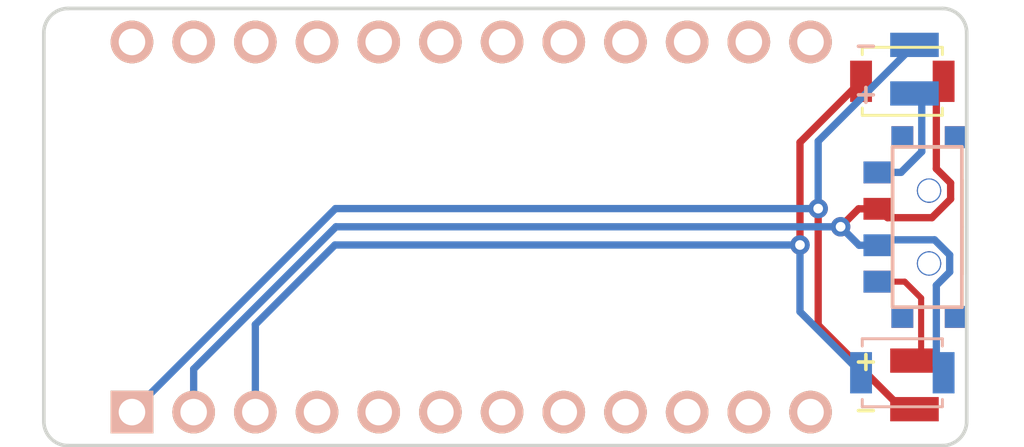
<source format=kicad_pcb>
(kicad_pcb (version 20211014) (generator pcbnew)
  (title_block (title "battpack") (rev "v1.0.0") (company "Unknown"))
  (layers (0 "F.Cu" signal) (31 "B.Cu" signal) (34 "B.Paste" user) (35 "F.Paste" user) (36 "B.SilkS" user "B.Silkscreen") (37 "F.SilkS" user "F.Silkscreen") (38 "B.Mask" user) (39 "F.Mask" user) (44 "Edge.Cuts" user))
  (net 0 "")
  (net 1 "RAW")
  (net 2 "GND")
  (net 3 "RST")
  (net 4 "VCC")
  (net 5 "F4")
  (net 6 "F5")
  (net 7 "F6")
  (net 8 "F7")
  (net 9 "B1")
  (net 10 "B3")
  (net 11 "B2")
  (net 12 "B6")
  (net 13 "D3")
  (net 14 "D2")
  (net 15 "D1")
  (net 16 "D0")
  (net 17 "D4")
  (net 18 "C6")
  (net 19 "D7")
  (net 20 "E6")
  (net 21 "B4")
  (net 22 "B5")
  (net 23 "BAT")
  (footprint "SMDPad" (layer "F.Cu") (at 18.25 -5.5)
    (fp_text reference "PAD2" hide)
    (fp_text value "" hide)
    (fp_text user "+" (at -2 0) (layer "B.SilkS") (effects (font (size 0.8 0.8)) (justify mirror)))
    (pad "1" smd rect locked (at 0 0) (size 2 1) (layers "B.Cu" "B.Paste" "B.Mask") (net 23 "BAT"))
  )
  (footprint "SW_SPST_B3U-1000P" (layer "F.Cu") (at 17.75 -6)
    (fp_text reference "B1" hide)
    (fp_text value "")
    (fp_line (start 1.65 -1.4) (end 1.65 -1.1) (layer "F.SilkS") (width 0.12))
    (fp_line (start -1.65 1.1) (end -1.65 1.4) (layer "F.SilkS") (width 0.12))
    (fp_line (start -1.65 1.4) (end 1.65 1.4) (layer "F.SilkS") (width 0.12))
    (fp_line (start 1.65 1.4) (end 1.65 1.1) (layer "F.SilkS") (width 0.12))
    (fp_line (start -1.65 -1.4) (end 1.65 -1.4) (layer "F.SilkS") (width 0.12))
    (fp_line (start -1.65 -1.1) (end -1.65 -1.4) (layer "F.SilkS") (width 0.12))
    (pad "1" smd rect locked (at -1.7 0) (size 0.9 1.7) (layers "F.Cu" "F.Paste" "F.Mask") (net 3 "RST"))
    (pad "2" smd rect locked (at 1.7 0) (size 0.9 1.7) (layers "F.Cu" "F.Paste" "F.Mask") (net 2 "GND"))
  )
  (footprint "SW_SPST_B3U-1000P" (layer "F.Cu") (at 17.75 6)
    (fp_text reference "B2" hide)
    (fp_text value "")
    (fp_line (start -1.65 1.1) (end -1.65 1.4) (layer "B.SilkS") (width 0.12))
    (fp_line (start -1.65 -1.1) (end -1.65 -1.4) (layer "B.SilkS") (width 0.12))
    (fp_line (start 1.65 1.4) (end 1.65 1.1) (layer "B.SilkS") (width 0.12))
    (fp_line (start -1.65 1.4) (end 1.65 1.4) (layer "B.SilkS") (width 0.12))
    (fp_line (start 1.65 -1.4) (end 1.65 -1.1) (layer "B.SilkS") (width 0.12))
    (fp_line (start -1.65 -1.4) (end 1.65 -1.4) (layer "B.SilkS") (width 0.12))
    (pad "1" smd rect locked (at -1.7 0) (size 0.9 1.7) (layers "B.Cu" "B.Paste" "B.Mask") (net 3 "RST"))
    (pad "2" smd rect locked (at 1.7 0) (size 0.9 1.7) (layers "B.Cu" "B.Paste" "B.Mask") (net 2 "GND"))
  )
  (footprint "SMDPad" (layer "F.Cu") (at 18.25 5.5)
    (fp_text reference "PAD4" hide)
    (fp_text value "" hide)
    (fp_text user "+" (at -2 0) (layer "F.SilkS") (effects (font (size 0.8 0.8))))
    (pad "1" smd rect locked (at 0 0) (size 2 1) (layers "F.Cu" "F.Paste" "F.Mask") (net 23 "BAT"))
  )
  (footprint "SMDPad" (layer "F.Cu") (at 18.25 -7.5)
    (fp_text reference "PAD1" hide)
    (fp_text value "" hide)
    (fp_text user "-" (at -2 0) (layer "B.SilkS") (effects (font (size 0.8 0.8)) (justify mirror)))
    (pad "1" smd rect locked (at 0 0) (size 2 1) (layers "B.Cu" "B.Paste" "B.Mask") (net 1 "RAW"))
  )
  (footprint "E73:SPDT_C128955" (layer "F.Cu") (at 18.85 0 -90)
    (fp_text reference "T2" hide)
    (fp_text value "" hide)
    (fp_line (start 0 -1.35) (end -3.3 -1.35) (layer "F.SilkS") (width 0.15))
    (fp_line (start 3.3 1.5) (end 3.3 -1.35) (layer "F.SilkS") (width 0.15))
    (fp_line (start -3.3 -1.35) (end -3.3 1.5) (layer "F.SilkS") (width 0.15))
    (fp_line (start -3.3 1.5) (end 3.3 1.5) (layer "F.SilkS") (width 0.15))
    (fp_line (start 0 -1.35) (end 3.3 -1.35) (layer "F.SilkS") (width 0.15))
    (fp_line (start 1.95 -1.35) (end -1.95 -1.35) (layer "F.SilkS") (width 0.15))
    (pad "" np_thru_hole circle locked (at 1.5 0) (size 1 1) (drill 0.9) (layers *.Cu *.Mask))
    (pad "" smd rect locked (at 3.7 -1.1 270) (size 0.9 0.9) (layers "F.Cu" "F.Paste" "F.Mask"))
    (pad "" smd rect locked (at 3.7 1.1 270) (size 0.9 0.9) (layers "F.Cu" "F.Paste" "F.Mask"))
    (pad "" np_thru_hole circle locked (at -1.5 0) (size 1 1) (drill 0.9) (layers *.Cu *.Mask))
    (pad "" smd rect locked (at -3.7 1.1 270) (size 0.9 0.9) (layers "F.Cu" "F.Paste" "F.Mask"))
    (pad "" smd rect locked (at -3.7 -1.1 270) (size 0.9 0.9) (layers "F.Cu" "F.Paste" "F.Mask"))
    (pad "1" smd rect locked (at 2.25 2.075 270) (size 0.9 1.25) (layers "F.Cu" "F.Paste" "F.Mask") (net 23 "BAT"))
    (pad "2" smd rect locked (at -0.75 2.075 270) (size 0.9 1.25) (layers "F.Cu" "F.Paste" "F.Mask") (net 2 "GND"))
    (pad "3" smd rect locked (at -2.25 2.075 270) (size 0.9 1.25) (layers "F.Cu" "F.Paste" "F.Mask"))
  )
  (footprint "SMDPad" (layer "F.Cu") (at 18.25 7.5)
    (fp_text reference "PAD3" hide)
    (fp_text value "" hide)
    (fp_text user "-" (at -2 0) (layer "F.SilkS") (effects (font (size 0.8 0.8))))
    (pad "1" smd rect locked (at 0 0) (size 2 1) (layers "F.Cu" "F.Paste" "F.Mask") (net 1 "RAW"))
  )
  (footprint "CONTROLLER" (layer "F.Cu") (at 0 0)
    (fp_text reference "" (at 0 0) (layer "F.SilkS") (effects (font (size 1.27 1.27))))
    (fp_text value "CONTROLLER" hide)
    (pad "1" thru_hole rect locked (at -13.97 7.62) (size 1.7526 1.7526) (drill 1.0922) (layers *.Cu *.SilkS *.Mask) (net 1 "RAW"))
    (pad "2" thru_hole circle locked (at -11.43 7.62) (size 1.7526 1.7526) (drill 1.0922) (layers *.Cu *.SilkS *.Mask) (net 2 "GND"))
    (pad "3" thru_hole circle locked (at -8.89 7.62) (size 1.7526 1.7526) (drill 1.0922) (layers *.Cu *.SilkS *.Mask) (net 3 "RST"))
    (pad "4" thru_hole circle locked (at -6.35 7.62) (size 1.7526 1.7526) (drill 1.0922) (layers *.Cu *.SilkS *.Mask) (net 4 "VCC"))
    (pad "5" thru_hole circle locked (at -3.81 7.62) (size 1.7526 1.7526) (drill 1.0922) (layers *.Cu *.SilkS *.Mask) (net 5 "F4"))
    (pad "6" thru_hole circle locked (at -1.27 7.62) (size 1.7526 1.7526) (drill 1.0922) (layers *.Cu *.SilkS *.Mask) (net 6 "F5"))
    (pad "7" thru_hole circle locked (at 1.27 7.62) (size 1.7526 1.7526) (drill 1.0922) (layers *.Cu *.SilkS *.Mask) (net 7 "F6"))
    (pad "8" thru_hole circle locked (at 3.81 7.62) (size 1.7526 1.7526) (drill 1.0922) (layers *.Cu *.SilkS *.Mask) (net 8 "F7"))
    (pad "9" thru_hole circle locked (at 6.35 7.62) (size 1.7526 1.7526) (drill 1.0922) (layers *.Cu *.SilkS *.Mask) (net 9 "B1"))
    (pad "10" thru_hole circle locked (at 8.89 7.62) (size 1.7526 1.7526) (drill 1.0922) (layers *.Cu *.SilkS *.Mask) (net 10 "B3"))
    (pad "11" thru_hole circle locked (at 11.43 7.62) (size 1.7526 1.7526) (drill 1.0922) (layers *.Cu *.SilkS *.Mask) (net 11 "B2"))
    (pad "12" thru_hole circle locked (at 13.97 7.62) (size 1.7526 1.7526) (drill 1.0922) (layers *.Cu *.SilkS *.Mask) (net 12 "B6"))
    (pad "13" thru_hole circle locked (at 13.97 -7.62) (size 1.7526 1.7526) (drill 1.0922) (layers *.Cu *.SilkS *.Mask) (net 22 "B5"))
    (pad "14" thru_hole circle locked (at 11.43 -7.62) (size 1.7526 1.7526) (drill 1.0922) (layers *.Cu *.SilkS *.Mask) (net 21 "B4"))
    (pad "15" thru_hole circle locked (at 8.89 -7.62) (size 1.7526 1.7526) (drill 1.0922) (layers *.Cu *.SilkS *.Mask) (net 20 "E6"))
    (pad "16" thru_hole circle locked (at 6.35 -7.62) (size 1.7526 1.7526) (drill 1.0922) (layers *.Cu *.SilkS *.Mask) (net 19 "D7"))
    (pad "17" thru_hole circle locked (at 3.81 -7.62) (size 1.7526 1.7526) (drill 1.0922) (layers *.Cu *.SilkS *.Mask) (net 18 "C6"))
    (pad "18" thru_hole circle locked (at 1.27 -7.62) (size 1.7526 1.7526) (drill 1.0922) (layers *.Cu *.SilkS *.Mask) (net 17 "D4"))
    (pad "19" thru_hole circle locked (at -1.27 -7.62) (size 1.7526 1.7526) (drill 1.0922) (layers *.Cu *.SilkS *.Mask) (net 16 "D0"))
    (pad "20" thru_hole circle locked (at -3.81 -7.62) (size 1.7526 1.7526) (drill 1.0922) (layers *.Cu *.SilkS *.Mask) (net 15 "D1"))
    (pad "21" thru_hole circle locked (at -6.35 -7.62) (size 1.7526 1.7526) (drill 1.0922) (layers *.Cu *.SilkS *.Mask) (net 2 "GND"))
    (pad "22" thru_hole circle locked (at -8.89 -7.62) (size 1.7526 1.7526) (drill 1.0922) (layers *.Cu *.SilkS *.Mask) (net 2 "GND"))
    (pad "23" thru_hole circle locked (at -11.43 -7.62) (size 1.7526 1.7526) (drill 1.0922) (layers *.Cu *.SilkS *.Mask) (net 14 "D2"))
    (pad "24" thru_hole circle locked (at -13.97 -7.62) (size 1.7526 1.7526) (drill 1.0922) (layers *.Cu *.SilkS *.Mask) (net 13 "D3"))
  )
  (footprint "E73:SPDT_C128955" (layer "B.Cu") (at 18.85 0 -90)
    (fp_text reference "T1" hide)
    (fp_text value "" hide)
    (fp_line (start -3.3 -1.35) (end -3.3 1.5) (layer "B.SilkS") (width 0.15))
    (fp_line (start 1.95 -1.35) (end -1.95 -1.35) (layer "B.SilkS") (width 0.15))
    (fp_line (start 3.3 1.5) (end 3.3 -1.35) (layer "B.SilkS") (width 0.15))
    (fp_line (start 0 -1.35) (end -3.3 -1.35) (layer "B.SilkS") (width 0.15))
    (fp_line (start -3.3 1.5) (end 3.3 1.5) (layer "B.SilkS") (width 0.15))
    (fp_line (start 0 -1.35) (end 3.3 -1.35) (layer "B.SilkS") (width 0.15))
    (pad "" smd rect locked (at 3.7 -1.1 270) (size 0.9 0.9) (layers "B.Cu" "B.Paste" "B.Mask"))
    (pad "" smd rect locked (at -3.7 -1.1 270) (size 0.9 0.9) (layers "B.Cu" "B.Paste" "B.Mask"))
    (pad "" np_thru_hole circle locked (at 1.5 0) (size 1 1) (drill 0.9) (layers *.Cu *.Mask))
    (pad "" np_thru_hole circle locked (at -1.5 0) (size 1 1) (drill 0.9) (layers *.Cu *.Mask))
    (pad "" smd rect locked (at 3.7 1.1 270) (size 0.9 0.9) (layers "B.Cu" "B.Paste" "B.Mask"))
    (pad "" smd rect locked (at -3.7 1.1 270) (size 0.9 0.9) (layers "B.Cu" "B.Paste" "B.Mask"))
    (pad "1" smd rect locked (at -2.25 2.075 270) (size 0.9 1.25) (layers "B.Cu" "B.Paste" "B.Mask") (net 23 "BAT"))
    (pad "2" smd rect locked (at 0.75 2.075 270) (size 0.9 1.25) (layers "B.Cu" "B.Paste" "B.Mask") (net 2 "GND"))
    (pad "3" smd rect locked (at 2.25 2.075 270) (size 0.9 1.25) (layers "B.Cu" "B.Paste" "B.Mask"))
  )
  (gr_line (start -17.6 -8) (end -17.6 8) (layer "Edge.Cuts") (width 0.15))
  (gr_arc (start -16.6 9) (mid -17.307107 8.707107) (end -17.6 8) (layer "Edge.Cuts") (width 0.15))
  (gr_arc (start 20.4 8) (mid 20.107107 8.707107) (end 19.4 9) (layer "Edge.Cuts") (width 0.15))
  (gr_line (start 19.4 -9) (end -16.6 -9) (layer "Edge.Cuts") (width 0.15))
  (gr_line (start 20.4 8) (end 20.4 -8) (layer "Edge.Cuts") (width 0.15))
  (gr_line (start -16.6 9) (end 19.4 9) (layer "Edge.Cuts") (width 0.15))
  (gr_arc (start -17.6 -8) (mid -17.307107 -8.707107) (end -16.6 -9) (layer "Edge.Cuts") (width 0.15))
  (gr_arc (start 19.4 -9) (mid 20.107107 -8.707107) (end 20.4 -8) (layer "Edge.Cuts") (width 0.15))
  (segment (start 14.285505 -0.759787) (end 14.285505 4.035505) (width 0.3) (layer "F.Cu") (net 1))
  (segment (start 17.75 7.5) (end 18.25 7.5) (width 0.3) (layer "F.Cu") (net 1))
  (segment (start 14.285505 4.035505) (end 17.75 7.5) (width 0.3) (layer "F.Cu") (net 1))
  (via (at 14.285505 -0.759787) (size 0.8) (drill 0.4) (layers "F.Cu" "B.Cu") (net 1))
  (segment (start -5.590213 -0.759787) (end -13.97 7.62) (width 0.3) (layer "B.Cu") (net 1))
  (segment (start 14.285505 -3.535505) (end 14.285505 -0.759787) (width 0.3) (layer "B.Cu") (net 1))
  (segment (start 14.285505 -0.759787) (end -5.590213 -0.759787) (width 0.3) (layer "B.Cu") (net 1))
  (segment (start 18.25 -7.5) (end 14.285505 -3.535505) (width 0.3) (layer "B.Cu") (net 1))
  (segment (start 19.45 -6) (end 19.150489 -5.700489) (width 0.3) (layer "F.Cu") (net 2))
  (segment (start 18.969446 -0.384989) (end 17.140011 -0.384989) (width 0.3) (layer "F.Cu") (net 2))
  (segment (start 19.737657 -1.813748) (end 19.737657 -1.1532) (width 0.3) (layer "F.Cu") (net 2))
  (segment (start 19.150489 -5.700489) (end 19.150489 -2.400916) (width 0.3) (layer "F.Cu") (net 2))
  (segment (start 15.208924 -0.010287) (end 15.948637 -0.75) (width 0.3) (layer "F.Cu") (net 2))
  (segment (start 15.948637 -0.75) (end 16.775 -0.75) (width 0.3) (layer "F.Cu") (net 2))
  (segment (start 17.140011 -0.384989) (end 16.775 -0.75) (width 0.3) (layer "F.Cu") (net 2))
  (segment (start 19.150489 -2.400916) (end 19.737657 -1.813748) (width 0.3) (layer "F.Cu") (net 2))
  (segment (start 19.737657 -1.1532) (end 18.969446 -0.384989) (width 0.3) (layer "F.Cu") (net 2))
  (via (at 15.208924 -0.010287) (size 0.8) (drill 0.4) (layers "F.Cu" "B.Cu") (net 2))
  (segment (start 16.775 0.75) (end 15.969211 0.75) (width 0.3) (layer "B.Cu") (net 2))
  (segment (start 19.45 6) (end 19.150489 5.700489) (width 0.3) (layer "B.Cu") (net 2))
  (segment (start 19.699521 1.851884) (end 19.699521 1.148116) (width 0.3) (layer "B.Cu") (net 2))
  (segment (start -11.43 5.848356) (end -11.43 7.62) (width 0.3) (layer "B.Cu") (net 2))
  (segment (start 19.150489 2.400916) (end 19.699521 1.851884) (width 0.3) (layer "B.Cu") (net 2))
  (segment (start 19.699521 1.148116) (end 19.077852 0.526447) (width 0.3) (layer "B.Cu") (net 2))
  (segment (start -5.571357 -0.010287) (end -11.43 5.848356) (width 0.3) (layer "B.Cu") (net 2))
  (segment (start 19.077852 0.526447) (end 16.998553 0.526447) (width 0.3) (layer "B.Cu") (net 2))
  (segment (start 15.208924 -0.010287) (end -5.571357 -0.010287) (width 0.3) (layer "B.Cu") (net 2))
  (segment (start 16.998553 0.526447) (end 16.775 0.75) (width 0.3) (layer "B.Cu") (net 2))
  (segment (start 15.969211 0.75) (end 15.208924 -0.010287) (width 0.3) (layer "B.Cu") (net 2))
  (segment (start 19.150489 5.700489) (end 19.150489 2.400916) (width 0.3) (layer "B.Cu") (net 2))
  (segment (start 13.536005 0.739213) (end 13.536005 -3.486005) (width 0.3) (layer "F.Cu") (net 3))
  (segment (start 13.536005 -3.486005) (end 16.05 -6) (width 0.3) (layer "F.Cu") (net 3))
  (via (at 13.536005 0.739213) (size 0.8) (drill 0.4) (layers "F.Cu" "B.Cu") (net 3))
  (segment (start -5.614429 0.739213) (end -8.89 4.014784) (width 0.3) (layer "B.Cu") (net 3))
  (segment (start 16.05 6) (end 13.536005 3.486005) (width 0.3) (layer "B.Cu") (net 3))
  (segment (start 13.536005 3.486005) (end 13.536005 0.739213) (width 0.3) (layer "B.Cu") (net 3))
  (segment (start -8.89 4.014784) (end -8.89 7.62) (width 0.3) (layer "B.Cu") (net 3))
  (segment (start 13.536005 0.739213) (end -5.614429 0.739213) (width 0.3) (layer "B.Cu") (net 3))
  (segment (start 18.524511 2.925489) (end 17.849022 2.25) (width 0.25) (layer "F.Cu") (net 23))
  (segment (start 17.849022 2.25) (end 16.775 2.25) (width 0.25) (layer "F.Cu") (net 23))
  (segment (start 18.524511 5.225489) (end 18.524511 2.925489) (width 0.25) (layer "F.Cu") (net 23))
  (segment (start 18.25 5.5) (end 18.524511 5.225489) (width 0.25) (layer "F.Cu") (net 23))
  (segment (start 18.549511 -5.200489) (end 18.549511 -3.10276) (width 0.3) (layer "B.Cu") (net 23))
  (segment (start 17.696751 -2.25) (end 16.775 -2.25) (width 0.3) (layer "B.Cu") (net 23))
  (segment (start 18.549511 -3.10276) (end 17.696751 -2.25) (width 0.3) (layer "B.Cu") (net 23))
  (segment (start 18.25 -5.5) (end 18.549511 -5.200489) (width 0.3) (layer "B.Cu") (net 23))
)
</source>
